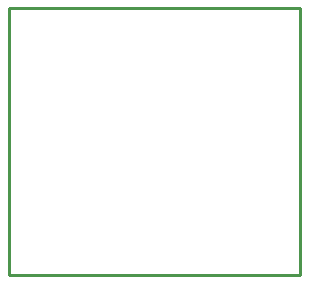
<source format=gbr>
G04 start of page 4 for group 2 idx 2 *
G04 Title: (unknown), outline *
G04 Creator: pcb 20140316 *
G04 CreationDate: Sun 30 Dec 2018 07:25:55 PM GMT UTC *
G04 For: railfan *
G04 Format: Gerber/RS-274X *
G04 PCB-Dimensions (mil): 970.00 890.00 *
G04 PCB-Coordinate-Origin: lower left *
%MOIN*%
%FSLAX25Y25*%
%LNOUTLINE*%
%ADD24C,0.0100*%
G54D24*X97000Y0D02*X0D01*
Y89000D01*
X97000D01*
Y0D01*
M02*

</source>
